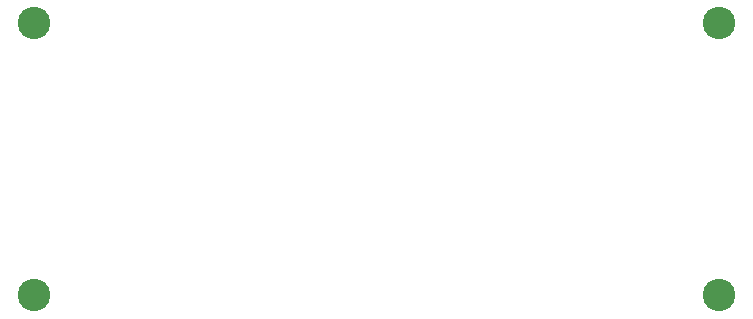
<source format=gbr>
%TF.GenerationSoftware,KiCad,Pcbnew,(5.0.0-3-g5ebb6b6)*%
%TF.CreationDate,2019-04-29T20:19:24+01:00*%
%TF.ProjectId,RFM69HCW-868-S2,52464D36394843572D3836382D53322E,1*%
%TF.SameCoordinates,Original*%
%TF.FileFunction,NonPlated,1,2,NPTH,Drill*%
%TF.FilePolarity,Positive*%
%FSLAX46Y46*%
G04 Gerber Fmt 4.6, Leading zero omitted, Abs format (unit mm)*
G04 Created by KiCad (PCBNEW (5.0.0-3-g5ebb6b6)) date Monday, 29 April 2019 at 20:19:24*
%MOMM*%
%LPD*%
G01*
G04 APERTURE LIST*
%TA.AperFunction,ComponentDrill*%
%ADD10C,2.750000*%
%TD*%
G04 APERTURE END LIST*
D10*
%TO.C,*%
X37640800Y-59483600D03*
X95640800Y-36483600D03*
X95640800Y-59483600D03*
X37640800Y-36483600D03*
M02*

</source>
